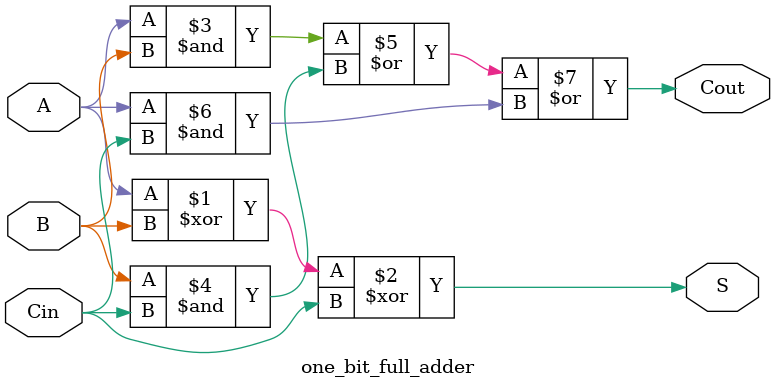
<source format=v>
`timescale 1ns / 1ps
module one_bit_full_adder(A, B, Cin, S, Cout);
   	input A, B, Cin;
    	output S, Cout;

    	assign S = A ^ B ^ Cin;
    	assign Cout = (A & B) | (B & Cin) | (A & Cin);

endmodule

</source>
